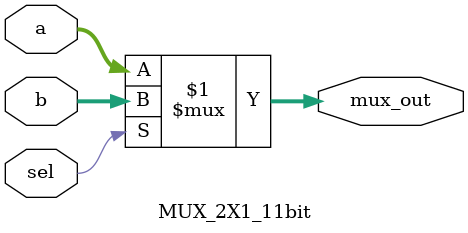
<source format=v>
`timescale 1ns / 1ps
module MUX(mux_out,a,b,sel);
input a,b,sel;
output mux_out;
assign mux_out= (sel)? b:a;
endmodule

// 2:1 4Bit MUX
module MUX_2X1_4bit(mux_out,a,b,sel);
input [3:0] a,b;  // MUX Inputs
input sel;        // MUX Select  
output [3:0] mux_out;  //MUX Output
assign mux_out[3:0]=(sel)?b[3:0]:a[3:0];
endmodule

// 2:1 5Bit MUX
module MUX_2X1_5bit(mux_out,a,b,sel);
input [4:0] a,b;  // MUX Inputs
input sel;        // MUX Select  
output [4:0] mux_out;  //MUX Output
assign mux_out[4:0]=(sel)?b[4:0]:a[4:0];
endmodule

// 2:1 6Bit MUX
module MUX_2X1_6bit(mux_out,a,b,sel);
input [5:0] a,b;  // MUX Inputs
input sel;        // MUX Select  
output [5:0] mux_out;  //MUX Output
assign mux_out[5:0]=(sel)?b[5:0]:a[5:0];
endmodule

// 2:1 7Bit MUX
module MUX_2X1_7bit(mux_out,a,b,sel);
input [6:0] a,b;  // MUX Inputs
input sel;        // MUX Select  
output [6:0] mux_out;  //MUX Output
assign mux_out[6:0]=(sel)?b[6:0]:a[6:0];
endmodule

// 2:1 8Bit MUX
module MUX_2X1_8bit(mux_out,a,b,sel);
input [7:0] a,b;  // MUX Inputs
input sel;        // MUX Select  
output [7:0] mux_out;  //MUX Output
assign mux_out[7:0]=(sel)?b[7:0]:a[7:0];
endmodule

// 2:1 9Bit MUX
module MUX_2X1_9bit(mux_out,a,b,sel);
input [8:0] a,b;  // MUX Inputs
input sel;        // MUX Select  
output [8:0] mux_out;  //MUX Output
assign mux_out[8:0]=(sel)?b[8:0]:a[8:0];
endmodule

// 2:1 10Bit MUX
module MUX_2X1_10bit(mux_out,a,b,sel);
input [9:0] a,b;  // MUX Inputs
input sel;        // MUX Select  
output [9:0] mux_out;  //MUX Output
assign mux_out[9:0]=(sel)?b[9:0]:a[9:0];
endmodule

// 2:1 11Bit MUX
module MUX_2X1_11bit(mux_out,a,b,sel);
input [10:0] a,b;  // MUX Inputs
input sel;        // MUX Select  
output [10:0] mux_out;  //MUX Output
assign mux_out[10:0]=(sel)?b[10:0]:a[10:0];
endmodule
</source>
